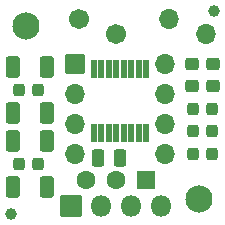
<source format=gbr>
%TF.GenerationSoftware,KiCad,Pcbnew,8.0.2*%
%TF.CreationDate,2024-05-02T20:14:49+02:00*%
%TF.ProjectId,VR-Conditioner-MAX9926+reg,56522d43-6f6e-4646-9974-696f6e65722d,3.7*%
%TF.SameCoordinates,PX68c4118PY713e7a8*%
%TF.FileFunction,Soldermask,Top*%
%TF.FilePolarity,Negative*%
%FSLAX46Y46*%
G04 Gerber Fmt 4.6, Leading zero omitted, Abs format (unit mm)*
G04 Created by KiCad (PCBNEW 8.0.2) date 2024-05-02 20:14:49*
%MOMM*%
%LPD*%
G01*
G04 APERTURE LIST*
G04 Aperture macros list*
%AMRoundRect*
0 Rectangle with rounded corners*
0 $1 Rounding radius*
0 $2 $3 $4 $5 $6 $7 $8 $9 X,Y pos of 4 corners*
0 Add a 4 corners polygon primitive as box body*
4,1,4,$2,$3,$4,$5,$6,$7,$8,$9,$2,$3,0*
0 Add four circle primitives for the rounded corners*
1,1,$1+$1,$2,$3*
1,1,$1+$1,$4,$5*
1,1,$1+$1,$6,$7*
1,1,$1+$1,$8,$9*
0 Add four rect primitives between the rounded corners*
20,1,$1+$1,$2,$3,$4,$5,0*
20,1,$1+$1,$4,$5,$6,$7,0*
20,1,$1+$1,$6,$7,$8,$9,0*
20,1,$1+$1,$8,$9,$2,$3,0*%
G04 Aperture macros list end*
%ADD10RoundRect,0.244150X0.244150X0.281650X-0.244150X0.281650X-0.244150X-0.281650X0.244150X-0.281650X0*%
%ADD11RoundRect,0.269150X-0.269150X-0.481650X0.269150X-0.481650X0.269150X0.481650X-0.269150X0.481650X0*%
%ADD12RoundRect,0.244150X-0.244150X-0.281650X0.244150X-0.281650X0.244150X0.281650X-0.244150X0.281650X0*%
%ADD13RoundRect,0.272578X-0.340722X-0.653222X0.340722X-0.653222X0.340722X0.653222X-0.340722X0.653222X0*%
%ADD14C,1.000000*%
%ADD15RoundRect,0.050800X-0.800000X-0.800000X0.800000X-0.800000X0.800000X0.800000X-0.800000X0.800000X0*%
%ADD16O,1.701600X1.701600*%
%ADD17RoundRect,0.262900X0.312900X0.262900X-0.312900X0.262900X-0.312900X-0.262900X0.312900X-0.262900X0*%
%ADD18RoundRect,0.050800X-0.177400X0.727449X-0.177400X-0.727449X0.177400X-0.727449X0.177400X0.727449X0*%
%ADD19C,1.701600*%
%ADD20C,2.301600*%
%ADD21RoundRect,0.050800X-0.850000X0.850000X-0.850000X-0.850000X0.850000X-0.850000X0.850000X0.850000X0*%
%ADD22O,1.801600X1.801600*%
%ADD23RoundRect,0.050800X0.750000X-0.750000X0.750000X0.750000X-0.750000X0.750000X-0.750000X-0.750000X0*%
%ADD24C,1.601600*%
G04 APERTURE END LIST*
D10*
%TO.C,C1*%
X20790000Y8890000D03*
X19215000Y8890000D03*
%TD*%
%TO.C,C2*%
X20790000Y10795000D03*
X19215000Y10795000D03*
%TD*%
%TO.C,C3*%
X20790000Y12700000D03*
X19215000Y12700000D03*
%TD*%
D11*
%TO.C,C4*%
X11127500Y8509000D03*
X13002500Y8509000D03*
%TD*%
D12*
%TO.C,C10*%
X4483000Y14287500D03*
X6058000Y14287500D03*
%TD*%
D10*
%TO.C,C20*%
X6058000Y8001000D03*
X4483000Y8001000D03*
%TD*%
D13*
%TO.C,R3*%
X3935000Y9969500D03*
X6860000Y9969500D03*
%TD*%
%TO.C,R2*%
X3935000Y6032500D03*
X6860000Y6032500D03*
%TD*%
%TO.C,R1*%
X3935000Y12319000D03*
X6860000Y12319000D03*
%TD*%
D14*
%TO.C,FID1*%
X3810000Y3810000D03*
%TD*%
%TO.C,FID2*%
X20955000Y20955000D03*
%TD*%
D15*
%TO.C,J1*%
X9207500Y16510000D03*
D16*
X9207500Y13970000D03*
X9207500Y11430000D03*
X9207500Y8890000D03*
X16827500Y8890000D03*
X16827500Y11430000D03*
X16827500Y13970000D03*
X16827500Y16510000D03*
%TD*%
D17*
%TO.C,R10*%
X20877500Y16510000D03*
X19127500Y16510000D03*
%TD*%
%TO.C,R20*%
X20877500Y14605000D03*
X19127500Y14605000D03*
%TD*%
D18*
%TO.C,U1*%
X15240000Y16056348D03*
X14605000Y16056348D03*
X13970000Y16056348D03*
X13335000Y16056348D03*
X12700000Y16056348D03*
X12065000Y16056348D03*
X11430000Y16056348D03*
X10795000Y16056348D03*
X10795000Y10613652D03*
X11430000Y10613652D03*
X12065000Y10613652D03*
X12700000Y10613652D03*
X13335000Y10613652D03*
X13970000Y10613652D03*
X14605000Y10613652D03*
X15240000Y10613652D03*
%TD*%
D19*
%TO.C,R13*%
X9525000Y20320000D03*
D16*
X17145000Y20320000D03*
%TD*%
D19*
%TO.C,R23*%
X12700000Y19050000D03*
D16*
X20320000Y19050000D03*
%TD*%
D20*
%TO.C,H1*%
X19685000Y5080000D03*
%TD*%
%TO.C,H2*%
X5080000Y19685000D03*
%TD*%
D13*
%TO.C,R12*%
X3935000Y16256000D03*
X6860000Y16256000D03*
%TD*%
D21*
%TO.C,J2*%
X8890000Y4445000D03*
D22*
X11430000Y4445000D03*
X13970000Y4445000D03*
X16510000Y4445000D03*
%TD*%
D23*
%TO.C,U2*%
X15240000Y6650000D03*
D24*
X12700000Y6650000D03*
X10160000Y6650000D03*
%TD*%
M02*

</source>
